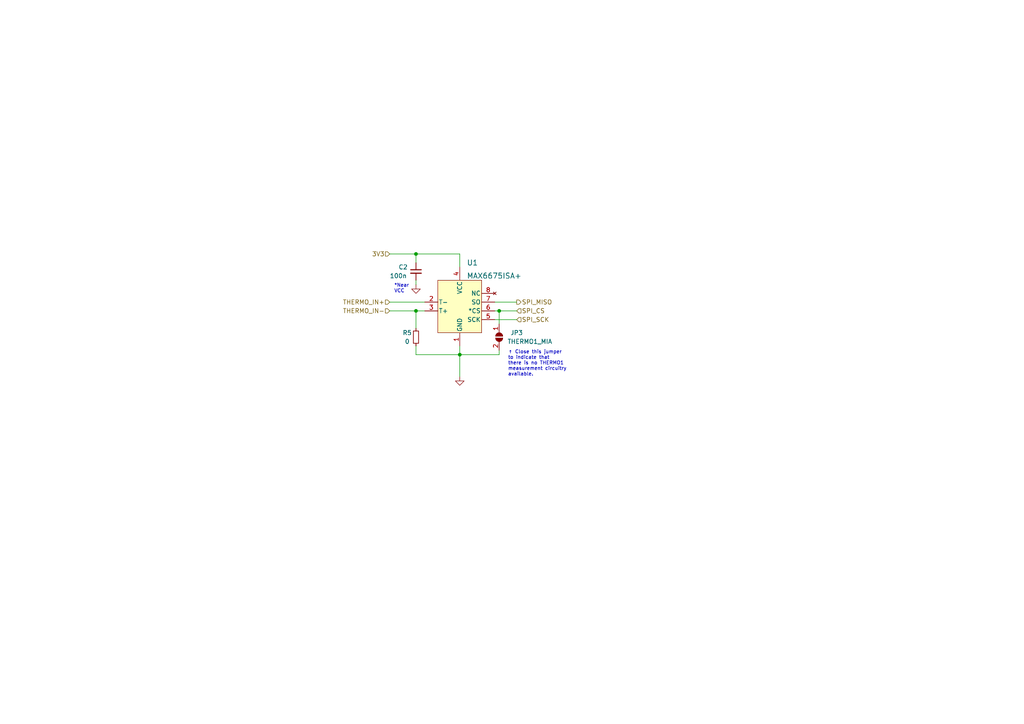
<source format=kicad_sch>
(kicad_sch (version 20211123) (generator eeschema)
  (paper "A4")
  (lib_symbols
    (symbol "Device:C_Small" (pin_numbers hide) (pin_names (offset 0.254) hide)
      (property "Reference" "C" (at 0.254 1.778 0))
      (property "Value" "C_Small" (at 0.254 -2.032 0))
      (symbol "C_Small_0_1"
        (polyline (pts (xy -1.524 -0.508) (xy 1.524 -0.508)) (stroke (width 0.3302)))
        (polyline (pts (xy -1.524 0.508) (xy 1.524 0.508)) (stroke (width 0.3048)))
      )
      (symbol "C_Small_1_1"
        (pin passive line (at 0 2.54 270) (length 2.032) (name "~") (number "1"))
        (pin passive line (at 0 -2.54 90) (length 2.032) (name "~") (number "2"))
      )
    )
    (symbol "Device:R_Small" (pin_numbers hide) (pin_names (offset 0.254) hide)
      (property "Reference" "R" (at 0.762 0.508 0))
      (property "Value" "R_Small" (at 0.762 -1.016 0))
      (symbol "R_Small_0_1"
        (rectangle (start -0.762 1.778) (end 0.762 -1.778) (stroke (width 0.2032)))
      )
      (symbol "R_Small_1_1"
        (pin passive line (at 0 2.54 270) (length 0.762) (name "~") (number "1"))
        (pin passive line (at 0 -2.54 90) (length 0.762) (name "~") (number "2"))
      )
    )
    (symbol "Jumper:SolderJumper_2_Open" (pin_names (offset 0) hide)
      (property "Reference" "JP" (at 0 2.032 0))
      (property "Value" "SolderJumper_2_Open" (at 0 -2.54 0))
      (symbol "SolderJumper_2_Open_0_1"
        (arc (start -0.254 1.016) (mid -1.27 0) (end -0.254 -1.016))
        (arc (start -0.254 1.016) (mid -1.27 0) (end -0.254 -1.016) (fill (type outline)))
        (polyline (pts (xy -0.254 1.016) (xy -0.254 -1.016)))
        (polyline (pts (xy 0.254 1.016) (xy 0.254 -1.016)))
        (arc (start 0.254 -1.016) (mid 1.27 0) (end 0.254 1.016))
        (arc (start 0.254 -1.016) (mid 1.27 0) (end 0.254 1.016) (fill (type outline)))
      )
      (symbol "SolderJumper_2_Open_1_1"
        (pin passive line (at -3.81 0 0) (length 2.54) (name "A") (number "1"))
        (pin passive line (at 3.81 0 180) (length 2.54) (name "B") (number "2"))
      )
    )
    (symbol "MAX6675ISA:MAX6675ISA+" (pin_names (offset 0.254))
      (property "Reference" "U" (at 16.51 7.62 0))
      (property "Value" "MAX6675ISA+" (at 22.86 5.08 0))
      (symbol "MAX6675ISA+_0_1"
        (pin power_in line (at 13.97 -15.24 90) (length 3.81) (name "GND") (number "1"))
        (pin passive line (at 3.81 -2.54 0) (length 3.81) (name "T-") (number "2"))
        (pin passive line (at 3.81 -5.08 0) (length 3.81) (name "T+") (number "3"))
        (pin power_in line (at 13.97 7.62 270) (length 3.81) (name "VCC") (number "4"))
        (pin input line (at 24.13 -7.62 180) (length 3.81) (name "SCK") (number "5"))
        (pin input line (at 24.13 -5.08 180) (length 3.81) (name "*CS") (number "6"))
        (pin output line (at 24.13 -2.54 180) (length 3.81) (name "SO") (number "7"))
        (pin no_connect line (at 24.13 0 180) (length 3.81) (name "NC") (number "8"))
      )
      (symbol "MAX6675ISA+_1_1"
        (rectangle (start 7.62 3.81) (end 20.32 -11.43) (fill (type background)))
      )
    )
    (symbol "power:GND" (power) (pin_names (offset 0))
      (property "Value" "GND" (at 0 -3.81 0))
      (symbol "GND_0_1"
        (polyline (pts (xy 0 0) (xy 0 -1.27) (xy 1.27 -1.27) (xy 0 -2.54) (xy -1.27 -1.27) (xy 0 -1.27)))
      )
      (symbol "GND_1_1"
        (pin power_in line (at 0 0 270) (length 0) hide (name "GND") (number "1"))
      )
    )
  )
  (junction (at 133.35 102.87))
  (junction (at 144.78 90.17))
  (junction (at 120.65 90.17))
  (junction (at 120.65 73.66))
  (wire (pts (xy 120.65 102.87) (xy 133.35 102.87)))
  (wire (pts (xy 133.35 102.87) (xy 144.78 102.87)))
  (wire (pts (xy 149.86 87.63) (xy 143.51 87.63)))
  (wire (pts (xy 149.86 90.17) (xy 144.78 90.17)))
  (wire (pts (xy 133.35 73.66) (xy 120.65 73.66)))
  (wire (pts (xy 120.65 90.17) (xy 120.65 95.25)))
  (wire (pts (xy 149.86 92.71) (xy 143.51 92.71)))
  (wire (pts (xy 120.65 73.66) (xy 120.65 76.2)))
  (wire (pts (xy 144.78 90.17) (xy 144.78 93.98)))
  (wire (pts (xy 144.78 90.17) (xy 143.51 90.17)))
  (wire (pts (xy 144.78 101.6) (xy 144.78 102.87)))
  (wire (pts (xy 113.03 87.63) (xy 123.19 87.63)))
  (wire (pts (xy 133.35 102.87) (xy 133.35 100.33)))
  (wire (pts (xy 120.65 90.17) (xy 123.19 90.17)))
  (wire (pts (xy 120.65 82.55) (xy 120.65 81.28)))
  (wire (pts (xy 120.65 100.33) (xy 120.65 102.87)))
  (wire (pts (xy 133.35 109.22) (xy 133.35 102.87)))
  (wire (pts (xy 113.03 90.17) (xy 120.65 90.17)))
  (wire (pts (xy 133.35 77.47) (xy 133.35 73.66)))
  (wire (pts (xy 113.03 73.66) (xy 120.65 73.66)))
  (text "↑ Close this jumper\nto indicate that\nthere is no THERMO1\nmeasurement circuitry\navailable." (at 147.32 109.22 0) (effects (font (size 1 1)) (justify left bottom)))
  (text "*Near\nVCC" (at 114.3 85.09 0) (effects (font (size 1 1)) (justify left bottom)))
  (hierarchical_label "THERMO_IN+" (shape input) (at 113.03 87.63 180))
  (hierarchical_label "SPI_MISO" (shape output) (at 149.86 87.63 0))
  (hierarchical_label "3V3" (shape input) (at 113.03 73.66 180))
  (hierarchical_label "SPI_CS" (shape input) (at 149.86 90.17 0))
  (hierarchical_label "SPI_SCK" (shape input) (at 149.86 92.71 0))
  (hierarchical_label "THERMO_IN-" (shape input) (at 113.03 90.17 180))
  (symbol (lib_id "power:GND") (at 133.35 109.22 0) (unit 1)
    (property "Reference" "#PWR0124" (effects hide))
    (property "Value" "GND" (effects hide))
  )
  (symbol (lib_id "Device:R_Small") (at 120.65 97.79 0) (unit 1)
    (property "Reference" "R5" (at 118.11 96.52 0))
    (property "Value" "0" (at 118.11 99.06 0))
    (property "Footprint" "Resistor_SMD:R_0402_1005Metric_Pad0.72x0.64mm_HandSolder" (effects hide))
    (property "MFR" "0402WGF0000TCE" (effects hide))
    (property "JLCPCB Part" "C17168" (effects hide))
  )
  (symbol (lib_id "Jumper:SolderJumper_2_Open") (at 144.78 97.79 270) (unit 1)
    (property "Reference" "JP3" (at 149.86 96.52 90))
    (property "Value" "THERMO1_MIA" (at 153.67 99.06 90))
    (property "Footprint" "Jumper:SolderJumper-2_P1.3mm_Open_RoundedPad1.0x1.5mm" (effects hide))
  )
  (symbol (lib_id "Device:C_Small") (at 120.65 78.74 0) (unit 1)
    (property "Reference" "C2" (at 115.57 77.47 0) (effects (justify left)))
    (property "Value" "100n" (at 113.03 80.01 0) (effects (justify left)))
    (property "Footprint" "Capacitor_SMD:C_0402_1005Metric_Pad0.74x0.62mm_HandSolder" (effects hide))
  )
  (symbol (lib_id "MAX6675ISA:MAX6675ISA+") (at 119.38 85.09 0) (unit 1)
    (property "Reference" "U1" (at 135.3694 76.2 0) (effects (font (size 1.524 1.524)) (justify left)))
    (property "Value" "MAX6675ISA+" (at 135.3694 80.01 0) (effects (font (size 1.524 1.524)) (justify left)))
    (property "Footprint" "MAX6675ISA:MAX6675ISA" (effects hide))
    (property "Datasheet" "https://www.analog.com/media/en/technical-documentation/data-sheets/MAX6675.pdf" (effects hide))
  )
  (symbol (lib_id "power:GND") (at 120.65 82.55 0) (unit 1)
    (property "Reference" "#PWR0125" (effects hide))
    (property "Value" "GND" (effects hide))
  )
)
</source>
